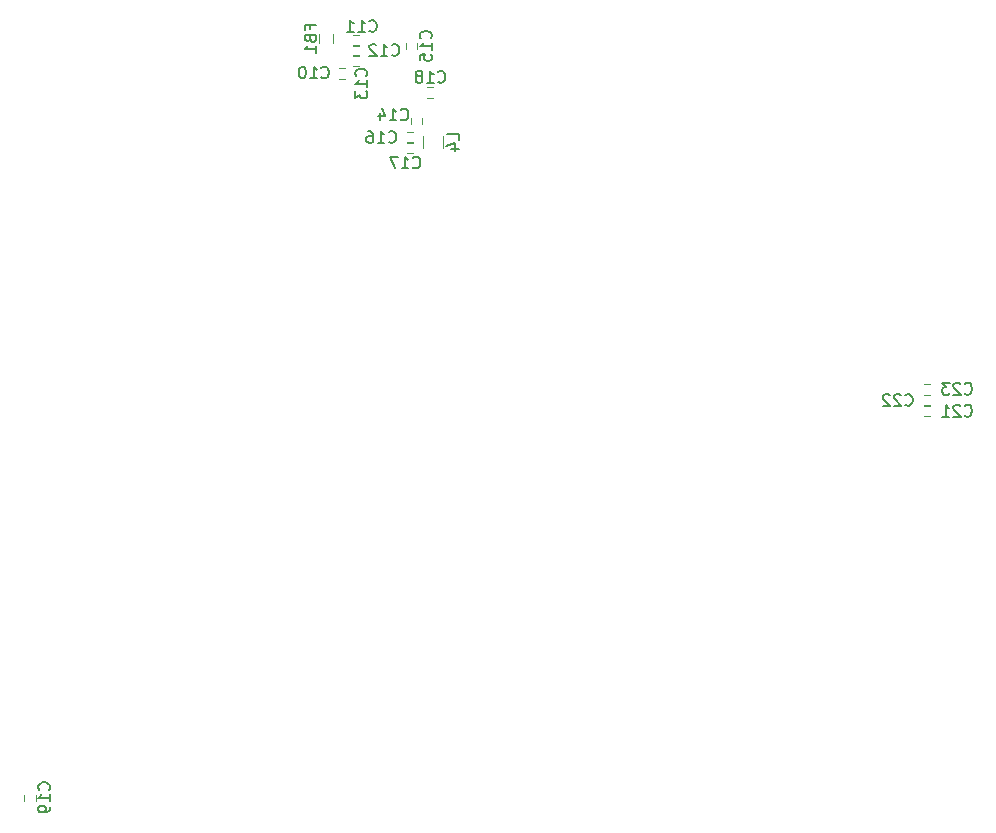
<source format=gbr>
G04 #@! TF.FileFunction,Legend,Bot*
%FSLAX46Y46*%
G04 Gerber Fmt 4.6, Leading zero omitted, Abs format (unit mm)*
G04 Created by KiCad (PCBNEW 4.0.6) date 06/21/17 17:12:11*
%MOMM*%
%LPD*%
G01*
G04 APERTURE LIST*
%ADD10C,0.025400*%
%ADD11C,0.120000*%
%ADD12C,0.150000*%
G04 APERTURE END LIST*
D10*
D11*
X71078460Y63804420D02*
X71078460Y62804420D01*
X69378460Y62804420D02*
X69378460Y63804420D01*
X60593680Y72414880D02*
X60593680Y71714880D01*
X61793680Y71714880D02*
X61793680Y72414880D01*
X111863060Y42799100D02*
X112363060Y42799100D01*
X112363060Y41859100D02*
X111863060Y41859100D01*
X111863060Y41915180D02*
X112363060Y41915180D01*
X112363060Y40975180D02*
X111863060Y40975180D01*
X111863060Y41031260D02*
X112363060Y41031260D01*
X112363060Y40091260D02*
X111863060Y40091260D01*
X35674200Y7537640D02*
X35674200Y8037640D01*
X36614200Y8037640D02*
X36614200Y7537640D01*
X69795580Y67973040D02*
X70295580Y67973040D01*
X70295580Y67033040D02*
X69795580Y67033040D01*
X68055680Y64122400D02*
X68555680Y64122400D01*
X68555680Y63182400D02*
X68055680Y63182400D01*
X67980460Y71146860D02*
X67980460Y71646860D01*
X68920460Y71646860D02*
X68920460Y71146860D01*
X69375120Y65355280D02*
X69375120Y64855280D01*
X68435120Y64855280D02*
X68435120Y65355280D01*
X64006540Y69735600D02*
X63506540Y69735600D01*
X63506540Y70675600D02*
X64006540Y70675600D01*
X64006540Y70589040D02*
X63506540Y70589040D01*
X63506540Y71529040D02*
X64006540Y71529040D01*
X64006540Y71442480D02*
X63506540Y71442480D01*
X63506540Y72382480D02*
X64006540Y72382480D01*
X68055680Y63268960D02*
X68555680Y63268960D01*
X68555680Y62328960D02*
X68055680Y62328960D01*
X62820360Y68630700D02*
X62320360Y68630700D01*
X62320360Y69570700D02*
X62820360Y69570700D01*
D12*
X72430841Y63471086D02*
X72430841Y63947277D01*
X71430841Y63947277D01*
X71764174Y62709181D02*
X72430841Y62709181D01*
X71383222Y62947277D02*
X72097508Y63185372D01*
X72097508Y62566324D01*
X59872251Y72898213D02*
X59872251Y73231547D01*
X60396061Y73231547D02*
X59396061Y73231547D01*
X59396061Y72755356D01*
X59872251Y72041070D02*
X59919870Y71898213D01*
X59967490Y71850594D01*
X60062728Y71802975D01*
X60205585Y71802975D01*
X60300823Y71850594D01*
X60348442Y71898213D01*
X60396061Y71993451D01*
X60396061Y72374404D01*
X59396061Y72374404D01*
X59396061Y72041070D01*
X59443680Y71945832D01*
X59491299Y71898213D01*
X59586537Y71850594D01*
X59681775Y71850594D01*
X59777013Y71898213D01*
X59824632Y71945832D01*
X59872251Y72041070D01*
X59872251Y72374404D01*
X60396061Y70850594D02*
X60396061Y71422023D01*
X60396061Y71136309D02*
X59396061Y71136309D01*
X59538918Y71231547D01*
X59634156Y71326785D01*
X59681775Y71422023D01*
X115285757Y42007517D02*
X115333376Y41959898D01*
X115476233Y41912279D01*
X115571471Y41912279D01*
X115714329Y41959898D01*
X115809567Y42055136D01*
X115857186Y42150374D01*
X115904805Y42340850D01*
X115904805Y42483708D01*
X115857186Y42674184D01*
X115809567Y42769422D01*
X115714329Y42864660D01*
X115571471Y42912279D01*
X115476233Y42912279D01*
X115333376Y42864660D01*
X115285757Y42817041D01*
X114904805Y42817041D02*
X114857186Y42864660D01*
X114761948Y42912279D01*
X114523852Y42912279D01*
X114428614Y42864660D01*
X114380995Y42817041D01*
X114333376Y42721803D01*
X114333376Y42626565D01*
X114380995Y42483708D01*
X114952424Y41912279D01*
X114333376Y41912279D01*
X114000043Y42912279D02*
X113380995Y42912279D01*
X113714329Y42531327D01*
X113571471Y42531327D01*
X113476233Y42483708D01*
X113428614Y42436089D01*
X113380995Y42340850D01*
X113380995Y42102755D01*
X113428614Y42007517D01*
X113476233Y41959898D01*
X113571471Y41912279D01*
X113857186Y41912279D01*
X113952424Y41959898D01*
X114000043Y42007517D01*
X110251477Y41044857D02*
X110299096Y40997238D01*
X110441953Y40949619D01*
X110537191Y40949619D01*
X110680049Y40997238D01*
X110775287Y41092476D01*
X110822906Y41187714D01*
X110870525Y41378190D01*
X110870525Y41521048D01*
X110822906Y41711524D01*
X110775287Y41806762D01*
X110680049Y41902000D01*
X110537191Y41949619D01*
X110441953Y41949619D01*
X110299096Y41902000D01*
X110251477Y41854381D01*
X109870525Y41854381D02*
X109822906Y41902000D01*
X109727668Y41949619D01*
X109489572Y41949619D01*
X109394334Y41902000D01*
X109346715Y41854381D01*
X109299096Y41759143D01*
X109299096Y41663905D01*
X109346715Y41521048D01*
X109918144Y40949619D01*
X109299096Y40949619D01*
X108918144Y41854381D02*
X108870525Y41902000D01*
X108775287Y41949619D01*
X108537191Y41949619D01*
X108441953Y41902000D01*
X108394334Y41854381D01*
X108346715Y41759143D01*
X108346715Y41663905D01*
X108394334Y41521048D01*
X108965763Y40949619D01*
X108346715Y40949619D01*
X115285757Y40148237D02*
X115333376Y40100618D01*
X115476233Y40052999D01*
X115571471Y40052999D01*
X115714329Y40100618D01*
X115809567Y40195856D01*
X115857186Y40291094D01*
X115904805Y40481570D01*
X115904805Y40624428D01*
X115857186Y40814904D01*
X115809567Y40910142D01*
X115714329Y41005380D01*
X115571471Y41052999D01*
X115476233Y41052999D01*
X115333376Y41005380D01*
X115285757Y40957761D01*
X114904805Y40957761D02*
X114857186Y41005380D01*
X114761948Y41052999D01*
X114523852Y41052999D01*
X114428614Y41005380D01*
X114380995Y40957761D01*
X114333376Y40862523D01*
X114333376Y40767285D01*
X114380995Y40624428D01*
X114952424Y40052999D01*
X114333376Y40052999D01*
X113380995Y40052999D02*
X113952424Y40052999D01*
X113666710Y40052999D02*
X113666710Y41052999D01*
X113761948Y40910142D01*
X113857186Y40814904D01*
X113952424Y40767285D01*
X37748483Y8453357D02*
X37796102Y8500976D01*
X37843721Y8643833D01*
X37843721Y8739071D01*
X37796102Y8881929D01*
X37700864Y8977167D01*
X37605626Y9024786D01*
X37415150Y9072405D01*
X37272292Y9072405D01*
X37081816Y9024786D01*
X36986578Y8977167D01*
X36891340Y8881929D01*
X36843721Y8739071D01*
X36843721Y8643833D01*
X36891340Y8500976D01*
X36938959Y8453357D01*
X37843721Y7500976D02*
X37843721Y8072405D01*
X37843721Y7786691D02*
X36843721Y7786691D01*
X36986578Y7881929D01*
X37081816Y7977167D01*
X37129435Y8072405D01*
X37843721Y7024786D02*
X37843721Y6834310D01*
X37796102Y6739071D01*
X37748483Y6691452D01*
X37605626Y6596214D01*
X37415150Y6548595D01*
X37034197Y6548595D01*
X36938959Y6596214D01*
X36891340Y6643833D01*
X36843721Y6739071D01*
X36843721Y6929548D01*
X36891340Y7024786D01*
X36938959Y7072405D01*
X37034197Y7120024D01*
X37272292Y7120024D01*
X37367530Y7072405D01*
X37415150Y7024786D01*
X37462769Y6929548D01*
X37462769Y6739071D01*
X37415150Y6643833D01*
X37367530Y6596214D01*
X37272292Y6548595D01*
X70688437Y68415897D02*
X70736056Y68368278D01*
X70878913Y68320659D01*
X70974151Y68320659D01*
X71117009Y68368278D01*
X71212247Y68463516D01*
X71259866Y68558754D01*
X71307485Y68749230D01*
X71307485Y68892088D01*
X71259866Y69082564D01*
X71212247Y69177802D01*
X71117009Y69273040D01*
X70974151Y69320659D01*
X70878913Y69320659D01*
X70736056Y69273040D01*
X70688437Y69225421D01*
X69736056Y68320659D02*
X70307485Y68320659D01*
X70021771Y68320659D02*
X70021771Y69320659D01*
X70117009Y69177802D01*
X70212247Y69082564D01*
X70307485Y69034945D01*
X69164628Y68892088D02*
X69259866Y68939707D01*
X69307485Y68987326D01*
X69355104Y69082564D01*
X69355104Y69130183D01*
X69307485Y69225421D01*
X69259866Y69273040D01*
X69164628Y69320659D01*
X68974151Y69320659D01*
X68878913Y69273040D01*
X68831294Y69225421D01*
X68783675Y69130183D01*
X68783675Y69082564D01*
X68831294Y68987326D01*
X68878913Y68939707D01*
X68974151Y68892088D01*
X69164628Y68892088D01*
X69259866Y68844469D01*
X69307485Y68796850D01*
X69355104Y68701611D01*
X69355104Y68511135D01*
X69307485Y68415897D01*
X69259866Y68368278D01*
X69164628Y68320659D01*
X68974151Y68320659D01*
X68878913Y68368278D01*
X68831294Y68415897D01*
X68783675Y68511135D01*
X68783675Y68701611D01*
X68831294Y68796850D01*
X68878913Y68844469D01*
X68974151Y68892088D01*
X66532997Y63315577D02*
X66580616Y63267958D01*
X66723473Y63220339D01*
X66818711Y63220339D01*
X66961569Y63267958D01*
X67056807Y63363196D01*
X67104426Y63458434D01*
X67152045Y63648910D01*
X67152045Y63791768D01*
X67104426Y63982244D01*
X67056807Y64077482D01*
X66961569Y64172720D01*
X66818711Y64220339D01*
X66723473Y64220339D01*
X66580616Y64172720D01*
X66532997Y64125101D01*
X65580616Y63220339D02*
X66152045Y63220339D01*
X65866331Y63220339D02*
X65866331Y64220339D01*
X65961569Y64077482D01*
X66056807Y63982244D01*
X66152045Y63934625D01*
X64723473Y64220339D02*
X64913950Y64220339D01*
X65009188Y64172720D01*
X65056807Y64125101D01*
X65152045Y63982244D01*
X65199664Y63791768D01*
X65199664Y63410815D01*
X65152045Y63315577D01*
X65104426Y63267958D01*
X65009188Y63220339D01*
X64818711Y63220339D01*
X64723473Y63267958D01*
X64675854Y63315577D01*
X64628235Y63410815D01*
X64628235Y63648910D01*
X64675854Y63744149D01*
X64723473Y63791768D01*
X64818711Y63839387D01*
X65009188Y63839387D01*
X65104426Y63791768D01*
X65152045Y63744149D01*
X65199664Y63648910D01*
X70057283Y72062577D02*
X70104902Y72110196D01*
X70152521Y72253053D01*
X70152521Y72348291D01*
X70104902Y72491149D01*
X70009664Y72586387D01*
X69914426Y72634006D01*
X69723950Y72681625D01*
X69581092Y72681625D01*
X69390616Y72634006D01*
X69295378Y72586387D01*
X69200140Y72491149D01*
X69152521Y72348291D01*
X69152521Y72253053D01*
X69200140Y72110196D01*
X69247759Y72062577D01*
X70152521Y71110196D02*
X70152521Y71681625D01*
X70152521Y71395911D02*
X69152521Y71395911D01*
X69295378Y71491149D01*
X69390616Y71586387D01*
X69438235Y71681625D01*
X69152521Y70205434D02*
X69152521Y70681625D01*
X69628711Y70729244D01*
X69581092Y70681625D01*
X69533473Y70586387D01*
X69533473Y70348291D01*
X69581092Y70253053D01*
X69628711Y70205434D01*
X69723950Y70157815D01*
X69962045Y70157815D01*
X70057283Y70205434D01*
X70104902Y70253053D01*
X70152521Y70348291D01*
X70152521Y70586387D01*
X70104902Y70681625D01*
X70057283Y70729244D01*
X67548997Y65220577D02*
X67596616Y65172958D01*
X67739473Y65125339D01*
X67834711Y65125339D01*
X67977569Y65172958D01*
X68072807Y65268196D01*
X68120426Y65363434D01*
X68168045Y65553910D01*
X68168045Y65696768D01*
X68120426Y65887244D01*
X68072807Y65982482D01*
X67977569Y66077720D01*
X67834711Y66125339D01*
X67739473Y66125339D01*
X67596616Y66077720D01*
X67548997Y66030101D01*
X66596616Y65125339D02*
X67168045Y65125339D01*
X66882331Y65125339D02*
X66882331Y66125339D01*
X66977569Y65982482D01*
X67072807Y65887244D01*
X67168045Y65839625D01*
X65739473Y65792006D02*
X65739473Y65125339D01*
X65977569Y66172958D02*
X66215664Y65458672D01*
X65596616Y65458672D01*
X64596283Y68887577D02*
X64643902Y68935196D01*
X64691521Y69078053D01*
X64691521Y69173291D01*
X64643902Y69316149D01*
X64548664Y69411387D01*
X64453426Y69459006D01*
X64262950Y69506625D01*
X64120092Y69506625D01*
X63929616Y69459006D01*
X63834378Y69411387D01*
X63739140Y69316149D01*
X63691521Y69173291D01*
X63691521Y69078053D01*
X63739140Y68935196D01*
X63786759Y68887577D01*
X64691521Y67935196D02*
X64691521Y68506625D01*
X64691521Y68220911D02*
X63691521Y68220911D01*
X63834378Y68316149D01*
X63929616Y68411387D01*
X63977235Y68506625D01*
X63691521Y67601863D02*
X63691521Y66982815D01*
X64072473Y67316149D01*
X64072473Y67173291D01*
X64120092Y67078053D01*
X64167711Y67030434D01*
X64262950Y66982815D01*
X64501045Y66982815D01*
X64596283Y67030434D01*
X64643902Y67078053D01*
X64691521Y67173291D01*
X64691521Y67459006D01*
X64643902Y67554244D01*
X64596283Y67601863D01*
X66786997Y70681577D02*
X66834616Y70633958D01*
X66977473Y70586339D01*
X67072711Y70586339D01*
X67215569Y70633958D01*
X67310807Y70729196D01*
X67358426Y70824434D01*
X67406045Y71014910D01*
X67406045Y71157768D01*
X67358426Y71348244D01*
X67310807Y71443482D01*
X67215569Y71538720D01*
X67072711Y71586339D01*
X66977473Y71586339D01*
X66834616Y71538720D01*
X66786997Y71491101D01*
X65834616Y70586339D02*
X66406045Y70586339D01*
X66120331Y70586339D02*
X66120331Y71586339D01*
X66215569Y71443482D01*
X66310807Y71348244D01*
X66406045Y71300625D01*
X65453664Y71491101D02*
X65406045Y71538720D01*
X65310807Y71586339D01*
X65072711Y71586339D01*
X64977473Y71538720D01*
X64929854Y71491101D01*
X64882235Y71395863D01*
X64882235Y71300625D01*
X64929854Y71157768D01*
X65501283Y70586339D01*
X64882235Y70586339D01*
X64881997Y72713577D02*
X64929616Y72665958D01*
X65072473Y72618339D01*
X65167711Y72618339D01*
X65310569Y72665958D01*
X65405807Y72761196D01*
X65453426Y72856434D01*
X65501045Y73046910D01*
X65501045Y73189768D01*
X65453426Y73380244D01*
X65405807Y73475482D01*
X65310569Y73570720D01*
X65167711Y73618339D01*
X65072473Y73618339D01*
X64929616Y73570720D01*
X64881997Y73523101D01*
X63929616Y72618339D02*
X64501045Y72618339D01*
X64215331Y72618339D02*
X64215331Y73618339D01*
X64310569Y73475482D01*
X64405807Y73380244D01*
X64501045Y73332625D01*
X62977235Y72618339D02*
X63548664Y72618339D01*
X63262950Y72618339D02*
X63262950Y73618339D01*
X63358188Y73475482D01*
X63453426Y73380244D01*
X63548664Y73332625D01*
X68564997Y61156577D02*
X68612616Y61108958D01*
X68755473Y61061339D01*
X68850711Y61061339D01*
X68993569Y61108958D01*
X69088807Y61204196D01*
X69136426Y61299434D01*
X69184045Y61489910D01*
X69184045Y61632768D01*
X69136426Y61823244D01*
X69088807Y61918482D01*
X68993569Y62013720D01*
X68850711Y62061339D01*
X68755473Y62061339D01*
X68612616Y62013720D01*
X68564997Y61966101D01*
X67612616Y61061339D02*
X68184045Y61061339D01*
X67898331Y61061339D02*
X67898331Y62061339D01*
X67993569Y61918482D01*
X68088807Y61823244D01*
X68184045Y61775625D01*
X67279283Y62061339D02*
X66612616Y62061339D01*
X67041188Y61061339D01*
X60817997Y68776577D02*
X60865616Y68728958D01*
X61008473Y68681339D01*
X61103711Y68681339D01*
X61246569Y68728958D01*
X61341807Y68824196D01*
X61389426Y68919434D01*
X61437045Y69109910D01*
X61437045Y69252768D01*
X61389426Y69443244D01*
X61341807Y69538482D01*
X61246569Y69633720D01*
X61103711Y69681339D01*
X61008473Y69681339D01*
X60865616Y69633720D01*
X60817997Y69586101D01*
X59865616Y68681339D02*
X60437045Y68681339D01*
X60151331Y68681339D02*
X60151331Y69681339D01*
X60246569Y69538482D01*
X60341807Y69443244D01*
X60437045Y69395625D01*
X59246569Y69681339D02*
X59151330Y69681339D01*
X59056092Y69633720D01*
X59008473Y69586101D01*
X58960854Y69490863D01*
X58913235Y69300387D01*
X58913235Y69062291D01*
X58960854Y68871815D01*
X59008473Y68776577D01*
X59056092Y68728958D01*
X59151330Y68681339D01*
X59246569Y68681339D01*
X59341807Y68728958D01*
X59389426Y68776577D01*
X59437045Y68871815D01*
X59484664Y69062291D01*
X59484664Y69300387D01*
X59437045Y69490863D01*
X59389426Y69586101D01*
X59341807Y69633720D01*
X59246569Y69681339D01*
M02*

</source>
